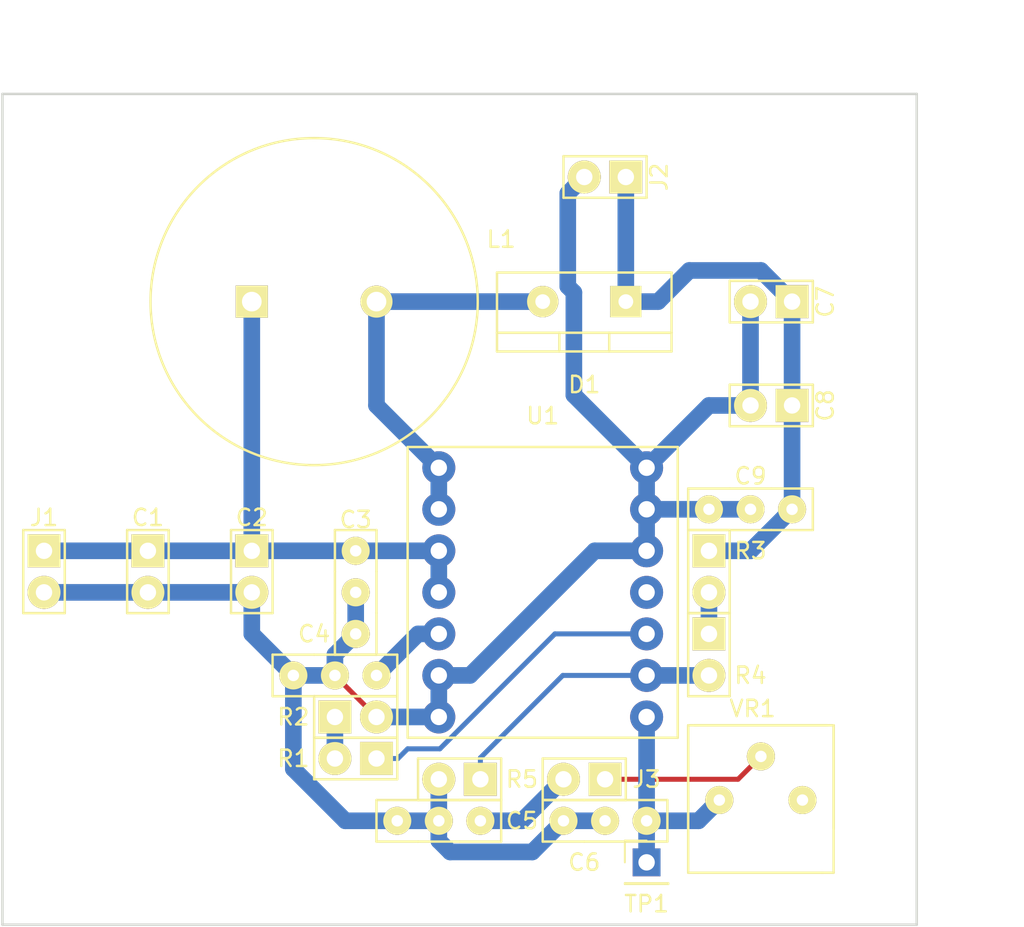
<source format=kicad_pcb>
(kicad_pcb (version 20171130) (host pcbnew "(5.0.0)")

  (general
    (thickness 1.6)
    (drawings 8)
    (tracks 77)
    (zones 0)
    (modules 22)
    (nets 15)
  )

  (page A4)
  (title_block
    (title "Boost Converter")
    (date 2018-08-06)
    (rev 1.0)
  )

  (layers
    (0 F.Cu signal)
    (31 B.Cu signal)
    (32 B.Adhes user)
    (33 F.Adhes user)
    (34 B.Paste user)
    (35 F.Paste user)
    (36 B.SilkS user)
    (37 F.SilkS user)
    (38 B.Mask user)
    (39 F.Mask user)
    (40 Dwgs.User user hide)
    (41 Cmts.User user)
    (42 Eco1.User user)
    (43 Eco2.User user)
    (44 Edge.Cuts user)
    (45 Margin user)
    (46 B.CrtYd user)
    (47 F.CrtYd user)
    (48 B.Fab user)
    (49 F.Fab user)
  )

  (setup
    (last_trace_width 0.3048)
    (user_trace_width 0.3048)
    (user_trace_width 0.432)
    (user_trace_width 0.457)
    (user_trace_width 0.483)
    (user_trace_width 0.507)
    (user_trace_width 1)
    (user_trace_width 1.016)
    (user_trace_width 2)
    (trace_clearance 0.2)
    (zone_clearance 0.508)
    (zone_45_only no)
    (trace_min 0.2)
    (segment_width 0.2)
    (edge_width 0.15)
    (via_size 0.8)
    (via_drill 0.4)
    (via_min_size 0.4)
    (via_min_drill 0.3)
    (uvia_size 0.3)
    (uvia_drill 0.1)
    (uvias_allowed no)
    (uvia_min_size 0.2)
    (uvia_min_drill 0.1)
    (pcb_text_width 0.3)
    (pcb_text_size 1.5 1.5)
    (mod_edge_width 0.15)
    (mod_text_size 1 1)
    (mod_text_width 0.15)
    (pad_size 2.2 2.2)
    (pad_drill 1)
    (pad_to_mask_clearance 0.2)
    (aux_axis_origin 0 0)
    (visible_elements 7FFDFFFF)
    (pcbplotparams
      (layerselection 0x01000_fffffffe)
      (usegerberextensions true)
      (usegerberattributes false)
      (usegerberadvancedattributes false)
      (creategerberjobfile false)
      (gerberprecision 5)
      (excludeedgelayer true)
      (linewidth 0.100000)
      (plotframeref false)
      (viasonmask false)
      (mode 1)
      (useauxorigin false)
      (hpglpennumber 1)
      (hpglpenspeed 20)
      (hpglpendiameter 15.000000)
      (psnegative false)
      (psa4output false)
      (plotreference false)
      (plotvalue false)
      (plotinvisibletext false)
      (padsonsilk false)
      (subtractmaskfromsilk false)
      (outputformat 1)
      (mirror false)
      (drillshape 0)
      (scaleselection 1)
      (outputdirectory "Gerber/"))
  )

  (net 0 "")
  (net 1 "Net-(C1-Pad1)")
  (net 2 GND)
  (net 3 "Net-(C6-Pad1)")
  (net 4 "Net-(D1-Pad2)")
  (net 5 "Net-(R3-Pad2)")
  (net 6 "Net-(C5-Pad1)")
  (net 7 "Net-(R1-Pad1)")
  (net 8 "Net-(U1-Pad11)")
  (net 9 "Net-(C4-Pad1)")
  (net 10 "Net-(C7-Pad1)")
  (net 11 "Net-(J3-Pad1)")
  (net 12 "Net-(R1-Pad2)")
  (net 13 "Net-(R4-Pad2)")
  (net 14 "Net-(VR1-Pad3)")

  (net_class Default "This is the default net class."
    (clearance 0.2)
    (trace_width 0.3048)
    (via_dia 0.8)
    (via_drill 0.4)
    (uvia_dia 0.3)
    (uvia_drill 0.1)
    (add_net "Net-(C4-Pad1)")
    (add_net "Net-(C5-Pad1)")
    (add_net "Net-(C6-Pad1)")
    (add_net "Net-(J3-Pad1)")
    (add_net "Net-(R1-Pad1)")
    (add_net "Net-(R1-Pad2)")
    (add_net "Net-(R3-Pad2)")
    (add_net "Net-(R4-Pad2)")
    (add_net "Net-(U1-Pad11)")
    (add_net "Net-(VR1-Pad3)")
  )

  (net_class POWER ""
    (clearance 0.2)
    (trace_width 1.016)
    (via_dia 0.8)
    (via_drill 0.4)
    (uvia_dia 0.3)
    (uvia_drill 0.1)
    (add_net GND)
    (add_net "Net-(C1-Pad1)")
    (add_net "Net-(C7-Pad1)")
    (add_net "Net-(D1-Pad2)")
  )

  (module "Custom Github:Pin_Header_Straight_1x02" (layer F.Cu) (tedit 58F35E54) (tstamp 5B869304)
    (at 57.15 91.44)
    (descr "Through hole pin header")
    (tags "pin header")
    (path /5B86F9F5)
    (fp_text reference C1 (at 0 -2.032) (layer F.SilkS)
      (effects (font (size 1 1) (thickness 0.15)))
    )
    (fp_text value 22uF (at 0 4.572) (layer F.Fab)
      (effects (font (size 1 1) (thickness 0.15)))
    )
    (fp_line (start 1.27 -1.27) (end -1.27 -1.27) (layer F.SilkS) (width 0.15))
    (fp_line (start 1.27 3.81) (end 1.27 -1.27) (layer F.SilkS) (width 0.15))
    (fp_line (start -1.27 3.81) (end 1.27 3.81) (layer F.SilkS) (width 0.15))
    (fp_line (start -1.27 -1.27) (end -1.27 3.81) (layer F.SilkS) (width 0.15))
    (pad 2 thru_hole circle (at 0 2.54) (size 2.016 2.016) (drill 1) (layers *.Cu *.Mask F.SilkS)
      (net 2 GND))
    (pad 1 thru_hole rect (at 0 0) (size 2.016 2.016) (drill 1) (layers *.Cu *.Mask F.SilkS)
      (net 1 "Net-(C1-Pad1)"))
    (model Pin_Headers.3dshapes/Pin_Header_Straight_1x02.wrl
      (offset (xyz 0 -1.269999980926514 0))
      (scale (xyz 1 1 1))
      (rotate (xyz 0 0 90))
    )
  )

  (module "Custom Github:Pin_Header_Straight_1x02" (layer F.Cu) (tedit 58F35E54) (tstamp 5B8692E9)
    (at 63.5 91.44)
    (descr "Through hole pin header")
    (tags "pin header")
    (path /5B86FA43)
    (fp_text reference C2 (at 0 -2.032) (layer F.SilkS)
      (effects (font (size 1 1) (thickness 0.15)))
    )
    (fp_text value 22uF (at 0 4.572) (layer F.Fab)
      (effects (font (size 1 1) (thickness 0.15)))
    )
    (fp_line (start -1.27 -1.27) (end -1.27 3.81) (layer F.SilkS) (width 0.15))
    (fp_line (start -1.27 3.81) (end 1.27 3.81) (layer F.SilkS) (width 0.15))
    (fp_line (start 1.27 3.81) (end 1.27 -1.27) (layer F.SilkS) (width 0.15))
    (fp_line (start 1.27 -1.27) (end -1.27 -1.27) (layer F.SilkS) (width 0.15))
    (pad 1 thru_hole rect (at 0 0) (size 2.016 2.016) (drill 1) (layers *.Cu *.Mask F.SilkS)
      (net 1 "Net-(C1-Pad1)"))
    (pad 2 thru_hole circle (at 0 2.54) (size 2.016 2.016) (drill 1) (layers *.Cu *.Mask F.SilkS)
      (net 2 GND))
    (model Pin_Headers.3dshapes/Pin_Header_Straight_1x02.wrl
      (offset (xyz 0 -1.269999980926514 0))
      (scale (xyz 1 1 1))
      (rotate (xyz 0 0 90))
    )
  )

  (module "Custom Github:Cap_UnPol_P3" (layer F.Cu) (tedit 58F35BC5) (tstamp 5B86929A)
    (at 69.85 91.44)
    (descr "Through hole pin header")
    (tags "pin header")
    (path /5B86C22F)
    (fp_text reference C3 (at 0 -1.905 180) (layer F.SilkS)
      (effects (font (size 1 1) (thickness 0.15)))
    )
    (fp_text value 100nF (at 2.032 2.54 90) (layer F.Fab)
      (effects (font (size 1 1) (thickness 0.15)))
    )
    (fp_line (start -1.27 1.27) (end -1.27 3.81) (layer F.SilkS) (width 0.15))
    (fp_line (start 1.27 1.27) (end 1.27 3.81) (layer F.SilkS) (width 0.15))
    (fp_line (start 1.27 -1.27) (end 1.27 1.27) (layer F.SilkS) (width 0.15))
    (fp_line (start -1.27 -1.27) (end 1.27 -1.27) (layer F.SilkS) (width 0.15))
    (fp_line (start -1.27 1.27) (end -1.27 -1.27) (layer F.SilkS) (width 0.15))
    (fp_line (start -1.27 6.35) (end -1.27 3.81) (layer F.SilkS) (width 0.15))
    (fp_line (start 1.27 6.35) (end -1.27 6.35) (layer F.SilkS) (width 0.15))
    (fp_line (start 1.27 3.81) (end 1.27 6.35) (layer F.SilkS) (width 0.15))
    (pad 2 thru_hole circle (at 0 5.08) (size 1.716 1.716) (drill 0.7) (layers *.Cu *.Mask F.SilkS)
      (net 2 GND))
    (pad 2 thru_hole circle (at 0 2.54) (size 1.716 1.716) (drill 0.7) (layers *.Cu *.Mask F.SilkS)
      (net 2 GND))
    (pad 1 thru_hole circle (at 0 0) (size 1.716 1.716) (drill 0.7) (layers *.Cu *.Mask F.SilkS)
      (net 1 "Net-(C1-Pad1)"))
    (model Pin_Headers.3dshapes/Pin_Header_Straight_1x02.wrl
      (offset (xyz 0 -1.269999980926514 0))
      (scale (xyz 1 1 1))
      (rotate (xyz 0 0 90))
    )
  )

  (module "Custom Github:Cap_UnPol_P3" (layer F.Cu) (tedit 58F35BC5) (tstamp 5B869270)
    (at 71.12 99.06 270)
    (descr "Through hole pin header")
    (tags "pin header")
    (path /5B686F87)
    (fp_text reference C4 (at -2.54 3.81) (layer F.SilkS)
      (effects (font (size 1 1) (thickness 0.15)))
    )
    (fp_text value 22n (at 2.032 2.54) (layer F.Fab)
      (effects (font (size 1 1) (thickness 0.15)))
    )
    (fp_line (start 1.27 3.81) (end 1.27 6.35) (layer F.SilkS) (width 0.15))
    (fp_line (start 1.27 6.35) (end -1.27 6.35) (layer F.SilkS) (width 0.15))
    (fp_line (start -1.27 6.35) (end -1.27 3.81) (layer F.SilkS) (width 0.15))
    (fp_line (start -1.27 1.27) (end -1.27 -1.27) (layer F.SilkS) (width 0.15))
    (fp_line (start -1.27 -1.27) (end 1.27 -1.27) (layer F.SilkS) (width 0.15))
    (fp_line (start 1.27 -1.27) (end 1.27 1.27) (layer F.SilkS) (width 0.15))
    (fp_line (start 1.27 1.27) (end 1.27 3.81) (layer F.SilkS) (width 0.15))
    (fp_line (start -1.27 1.27) (end -1.27 3.81) (layer F.SilkS) (width 0.15))
    (pad 1 thru_hole circle (at 0 0 270) (size 1.716 1.716) (drill 0.7) (layers *.Cu *.Mask F.SilkS)
      (net 9 "Net-(C4-Pad1)"))
    (pad 2 thru_hole circle (at 0 2.54 270) (size 1.716 1.716) (drill 0.7) (layers *.Cu *.Mask F.SilkS)
      (net 2 GND))
    (pad 2 thru_hole circle (at 0 5.08 270) (size 1.716 1.716) (drill 0.7) (layers *.Cu *.Mask F.SilkS)
      (net 2 GND))
    (model Pin_Headers.3dshapes/Pin_Header_Straight_1x02.wrl
      (offset (xyz 0 -1.269999980926514 0))
      (scale (xyz 1 1 1))
      (rotate (xyz 0 0 90))
    )
  )

  (module "Custom Github:Cap_UnPol_P3" (layer F.Cu) (tedit 58F35BC5) (tstamp 5B8692C4)
    (at 77.47 107.95 270)
    (descr "Through hole pin header")
    (tags "pin header")
    (path /5B69197E)
    (fp_text reference C5 (at 0 -2.54) (layer F.SilkS)
      (effects (font (size 1 1) (thickness 0.15)))
    )
    (fp_text value 100nF (at 2.032 2.54) (layer F.Fab)
      (effects (font (size 1 1) (thickness 0.15)))
    )
    (fp_line (start -1.27 1.27) (end -1.27 3.81) (layer F.SilkS) (width 0.15))
    (fp_line (start 1.27 1.27) (end 1.27 3.81) (layer F.SilkS) (width 0.15))
    (fp_line (start 1.27 -1.27) (end 1.27 1.27) (layer F.SilkS) (width 0.15))
    (fp_line (start -1.27 -1.27) (end 1.27 -1.27) (layer F.SilkS) (width 0.15))
    (fp_line (start -1.27 1.27) (end -1.27 -1.27) (layer F.SilkS) (width 0.15))
    (fp_line (start -1.27 6.35) (end -1.27 3.81) (layer F.SilkS) (width 0.15))
    (fp_line (start 1.27 6.35) (end -1.27 6.35) (layer F.SilkS) (width 0.15))
    (fp_line (start 1.27 3.81) (end 1.27 6.35) (layer F.SilkS) (width 0.15))
    (pad 2 thru_hole circle (at 0 5.08 270) (size 1.716 1.716) (drill 0.7) (layers *.Cu *.Mask F.SilkS)
      (net 2 GND))
    (pad 2 thru_hole circle (at 0 2.54 270) (size 1.716 1.716) (drill 0.7) (layers *.Cu *.Mask F.SilkS)
      (net 2 GND))
    (pad 1 thru_hole circle (at 0 0 270) (size 1.716 1.716) (drill 0.7) (layers *.Cu *.Mask F.SilkS)
      (net 6 "Net-(C5-Pad1)"))
    (model Pin_Headers.3dshapes/Pin_Header_Straight_1x02.wrl
      (offset (xyz 0 -1.269999980926514 0))
      (scale (xyz 1 1 1))
      (rotate (xyz 0 0 90))
    )
  )

  (module "Custom Github:Cap_UnPol_P3" (layer F.Cu) (tedit 58F35BC5) (tstamp 5B86908A)
    (at 87.63 107.95 270)
    (descr "Through hole pin header")
    (tags "pin header")
    (path /5B691B10)
    (fp_text reference C6 (at 2.54 3.81) (layer F.SilkS)
      (effects (font (size 1 1) (thickness 0.15)))
    )
    (fp_text value 270pF (at 2.032 2.54) (layer F.Fab)
      (effects (font (size 1 1) (thickness 0.15)))
    )
    (fp_line (start 1.27 3.81) (end 1.27 6.35) (layer F.SilkS) (width 0.15))
    (fp_line (start 1.27 6.35) (end -1.27 6.35) (layer F.SilkS) (width 0.15))
    (fp_line (start -1.27 6.35) (end -1.27 3.81) (layer F.SilkS) (width 0.15))
    (fp_line (start -1.27 1.27) (end -1.27 -1.27) (layer F.SilkS) (width 0.15))
    (fp_line (start -1.27 -1.27) (end 1.27 -1.27) (layer F.SilkS) (width 0.15))
    (fp_line (start 1.27 -1.27) (end 1.27 1.27) (layer F.SilkS) (width 0.15))
    (fp_line (start 1.27 1.27) (end 1.27 3.81) (layer F.SilkS) (width 0.15))
    (fp_line (start -1.27 1.27) (end -1.27 3.81) (layer F.SilkS) (width 0.15))
    (pad 1 thru_hole circle (at 0 0 270) (size 1.716 1.716) (drill 0.7) (layers *.Cu *.Mask F.SilkS)
      (net 3 "Net-(C6-Pad1)"))
    (pad 2 thru_hole circle (at 0 2.54 270) (size 1.716 1.716) (drill 0.7) (layers *.Cu *.Mask F.SilkS)
      (net 2 GND))
    (pad 2 thru_hole circle (at 0 5.08 270) (size 1.716 1.716) (drill 0.7) (layers *.Cu *.Mask F.SilkS)
      (net 2 GND))
    (model Pin_Headers.3dshapes/Pin_Header_Straight_1x02.wrl
      (offset (xyz 0 -1.269999980926514 0))
      (scale (xyz 1 1 1))
      (rotate (xyz 0 0 90))
    )
  )

  (module "Custom Github:Pin_Header_Straight_1x02" (layer F.Cu) (tedit 58F35E54) (tstamp 5B86906A)
    (at 96.52 76.2 270)
    (descr "Through hole pin header")
    (tags "pin header")
    (path /5B875C92)
    (fp_text reference C7 (at 0 -2.032 270) (layer F.SilkS)
      (effects (font (size 1 1) (thickness 0.15)))
    )
    (fp_text value 22uF (at 0 4.572 270) (layer F.Fab)
      (effects (font (size 1 1) (thickness 0.15)))
    )
    (fp_line (start 1.27 -1.27) (end -1.27 -1.27) (layer F.SilkS) (width 0.15))
    (fp_line (start 1.27 3.81) (end 1.27 -1.27) (layer F.SilkS) (width 0.15))
    (fp_line (start -1.27 3.81) (end 1.27 3.81) (layer F.SilkS) (width 0.15))
    (fp_line (start -1.27 -1.27) (end -1.27 3.81) (layer F.SilkS) (width 0.15))
    (pad 2 thru_hole circle (at 0 2.54 270) (size 2.016 2.016) (drill 1) (layers *.Cu *.Mask F.SilkS)
      (net 2 GND))
    (pad 1 thru_hole rect (at 0 0 270) (size 2.016 2.016) (drill 1) (layers *.Cu *.Mask F.SilkS)
      (net 10 "Net-(C7-Pad1)"))
    (model Pin_Headers.3dshapes/Pin_Header_Straight_1x02.wrl
      (offset (xyz 0 -1.269999980926514 0))
      (scale (xyz 1 1 1))
      (rotate (xyz 0 0 90))
    )
  )

  (module "Custom Github:Pin_Header_Straight_1x02" (layer F.Cu) (tedit 58F35E54) (tstamp 5B86904F)
    (at 96.52 82.55 270)
    (descr "Through hole pin header")
    (tags "pin header")
    (path /5B875D04)
    (fp_text reference C8 (at 0 -2.032 270) (layer F.SilkS)
      (effects (font (size 1 1) (thickness 0.15)))
    )
    (fp_text value 22uF (at 0 4.572 270) (layer F.Fab)
      (effects (font (size 1 1) (thickness 0.15)))
    )
    (fp_line (start -1.27 -1.27) (end -1.27 3.81) (layer F.SilkS) (width 0.15))
    (fp_line (start -1.27 3.81) (end 1.27 3.81) (layer F.SilkS) (width 0.15))
    (fp_line (start 1.27 3.81) (end 1.27 -1.27) (layer F.SilkS) (width 0.15))
    (fp_line (start 1.27 -1.27) (end -1.27 -1.27) (layer F.SilkS) (width 0.15))
    (pad 1 thru_hole rect (at 0 0 270) (size 2.016 2.016) (drill 1) (layers *.Cu *.Mask F.SilkS)
      (net 10 "Net-(C7-Pad1)"))
    (pad 2 thru_hole circle (at 0 2.54 270) (size 2.016 2.016) (drill 1) (layers *.Cu *.Mask F.SilkS)
      (net 2 GND))
    (model Pin_Headers.3dshapes/Pin_Header_Straight_1x02.wrl
      (offset (xyz 0 -1.269999980926514 0))
      (scale (xyz 1 1 1))
      (rotate (xyz 0 0 90))
    )
  )

  (module "Custom Github:Cap_UnPol_P3" (layer F.Cu) (tedit 58F35BC5) (tstamp 5B86915F)
    (at 96.52 88.9 270)
    (descr "Through hole pin header")
    (tags "pin header")
    (path /5B682480)
    (fp_text reference C9 (at -2.032 2.54) (layer F.SilkS)
      (effects (font (size 1 1) (thickness 0.15)))
    )
    (fp_text value 100nF (at 2.032 2.54) (layer F.Fab)
      (effects (font (size 1 1) (thickness 0.15)))
    )
    (fp_line (start -1.27 1.27) (end -1.27 3.81) (layer F.SilkS) (width 0.15))
    (fp_line (start 1.27 1.27) (end 1.27 3.81) (layer F.SilkS) (width 0.15))
    (fp_line (start 1.27 -1.27) (end 1.27 1.27) (layer F.SilkS) (width 0.15))
    (fp_line (start -1.27 -1.27) (end 1.27 -1.27) (layer F.SilkS) (width 0.15))
    (fp_line (start -1.27 1.27) (end -1.27 -1.27) (layer F.SilkS) (width 0.15))
    (fp_line (start -1.27 6.35) (end -1.27 3.81) (layer F.SilkS) (width 0.15))
    (fp_line (start 1.27 6.35) (end -1.27 6.35) (layer F.SilkS) (width 0.15))
    (fp_line (start 1.27 3.81) (end 1.27 6.35) (layer F.SilkS) (width 0.15))
    (pad 2 thru_hole circle (at 0 5.08 270) (size 1.716 1.716) (drill 0.7) (layers *.Cu *.Mask F.SilkS)
      (net 2 GND))
    (pad 2 thru_hole circle (at 0 2.54 270) (size 1.716 1.716) (drill 0.7) (layers *.Cu *.Mask F.SilkS)
      (net 2 GND))
    (pad 1 thru_hole circle (at 0 0 270) (size 1.716 1.716) (drill 0.7) (layers *.Cu *.Mask F.SilkS)
      (net 10 "Net-(C7-Pad1)"))
    (model Pin_Headers.3dshapes/Pin_Header_Straight_1x02.wrl
      (offset (xyz 0 -1.269999980926514 0))
      (scale (xyz 1 1 1))
      (rotate (xyz 0 0 90))
    )
  )

  (module "Custom Github:TO-220_Neutral12_Vertical" (layer F.Cu) (tedit 585987CE) (tstamp 5B869133)
    (at 83.82 76.2 180)
    (descr "TO-220, Neutral, Vertical,")
    (tags "TO-220, Neutral, Vertical,")
    (path /5B67F1FF)
    (fp_text reference D1 (at 0 -5.08 180) (layer F.SilkS)
      (effects (font (size 1 1) (thickness 0.15)))
    )
    (fp_text value MBR790 (at 0 3.175 180) (layer F.Fab)
      (effects (font (size 1 1) (thickness 0.15)))
    )
    (fp_line (start 0 -3.048) (end 5.334 -3.048) (layer F.SilkS) (width 0.15))
    (fp_line (start 0 -3.048) (end -5.334 -3.048) (layer F.SilkS) (width 0.15))
    (fp_line (start -5.334 -1.905) (end -5.334 -3.048) (layer F.SilkS) (width 0.15))
    (fp_line (start 5.334 -1.905) (end -5.334 -1.905) (layer F.SilkS) (width 0.15))
    (fp_line (start 5.334 -3.048) (end 5.334 -1.905) (layer F.SilkS) (width 0.15))
    (fp_line (start -5.334 1.778) (end -5.334 -1.905) (layer F.SilkS) (width 0.15))
    (fp_line (start 5.334 1.778) (end -5.334 1.778) (layer F.SilkS) (width 0.15))
    (fp_line (start 5.334 -1.905) (end 5.334 1.778) (layer F.SilkS) (width 0.15))
    (fp_line (start 1.524 -3.048) (end 1.524 -1.905) (layer F.SilkS) (width 0.15))
    (fp_line (start -1.524 -3.048) (end -1.524 -1.905) (layer F.SilkS) (width 0.15))
    (pad 2 thru_hole circle (at 2.54 0 270) (size 1.916 1.916) (drill 0.9) (layers *.Cu *.Mask F.SilkS)
      (net 4 "Net-(D1-Pad2)"))
    (pad 1 thru_hole rect (at -2.54 0 270) (size 1.916 1.916) (drill 0.9) (layers *.Cu *.Mask F.SilkS)
      (net 10 "Net-(C7-Pad1)"))
    (model TO_SOT_Packages_THT.3dshapes/TO-220_Neutral123_Vertical.wrl
      (at (xyz 0 0 0))
      (scale (xyz 0.3937 0.3937 0.3937))
      (rotate (xyz 0 0 0))
    )
  )

  (module "Custom Github:Pin_Header_Straight_1x02" (layer F.Cu) (tedit 58F35E54) (tstamp 5B869112)
    (at 50.8 91.44)
    (descr "Through hole pin header")
    (tags "pin header")
    (path /5B869AFD)
    (fp_text reference J1 (at 0 -2.032) (layer F.SilkS)
      (effects (font (size 1 1) (thickness 0.15)))
    )
    (fp_text value Input (at 0 4.572) (layer F.Fab)
      (effects (font (size 1 1) (thickness 0.15)))
    )
    (fp_line (start 1.27 -1.27) (end -1.27 -1.27) (layer F.SilkS) (width 0.15))
    (fp_line (start 1.27 3.81) (end 1.27 -1.27) (layer F.SilkS) (width 0.15))
    (fp_line (start -1.27 3.81) (end 1.27 3.81) (layer F.SilkS) (width 0.15))
    (fp_line (start -1.27 -1.27) (end -1.27 3.81) (layer F.SilkS) (width 0.15))
    (pad 2 thru_hole circle (at 0 2.54) (size 2.016 2.016) (drill 1) (layers *.Cu *.Mask F.SilkS)
      (net 2 GND))
    (pad 1 thru_hole rect (at 0 0) (size 2.016 2.016) (drill 1) (layers *.Cu *.Mask F.SilkS)
      (net 1 "Net-(C1-Pad1)"))
    (model Pin_Headers.3dshapes/Pin_Header_Straight_1x02.wrl
      (offset (xyz 0 -1.269999980926514 0))
      (scale (xyz 1 1 1))
      (rotate (xyz 0 0 90))
    )
  )

  (module "Custom Github:Pin_Header_Straight_1x02" (layer F.Cu) (tedit 58F35E54) (tstamp 5B8690F7)
    (at 86.36 68.58 270)
    (descr "Through hole pin header")
    (tags "pin header")
    (path /5B869DA9)
    (fp_text reference J2 (at 0 -2.032 270) (layer F.SilkS)
      (effects (font (size 1 1) (thickness 0.15)))
    )
    (fp_text value Output (at 0 4.572 270) (layer F.Fab)
      (effects (font (size 1 1) (thickness 0.15)))
    )
    (fp_line (start -1.27 -1.27) (end -1.27 3.81) (layer F.SilkS) (width 0.15))
    (fp_line (start -1.27 3.81) (end 1.27 3.81) (layer F.SilkS) (width 0.15))
    (fp_line (start 1.27 3.81) (end 1.27 -1.27) (layer F.SilkS) (width 0.15))
    (fp_line (start 1.27 -1.27) (end -1.27 -1.27) (layer F.SilkS) (width 0.15))
    (pad 1 thru_hole rect (at 0 0 270) (size 2.016 2.016) (drill 1) (layers *.Cu *.Mask F.SilkS)
      (net 10 "Net-(C7-Pad1)"))
    (pad 2 thru_hole circle (at 0 2.54 270) (size 2.016 2.016) (drill 1) (layers *.Cu *.Mask F.SilkS)
      (net 2 GND))
    (model Pin_Headers.3dshapes/Pin_Header_Straight_1x02.wrl
      (offset (xyz 0 -1.269999980926514 0))
      (scale (xyz 1 1 1))
      (rotate (xyz 0 0 90))
    )
  )

  (module "Custom Github:Pin_Header_Straight_1x02" (layer F.Cu) (tedit 58F35E54) (tstamp 5B869B57)
    (at 85.09 105.41 270)
    (descr "Through hole pin header")
    (tags "pin header")
    (path /5B8835D2)
    (fp_text reference J3 (at 0 -2.54) (layer F.SilkS)
      (effects (font (size 1 1) (thickness 0.15)))
    )
    (fp_text value Jumper (at 0 4.572 270) (layer F.Fab)
      (effects (font (size 1 1) (thickness 0.15)))
    )
    (fp_line (start -1.27 -1.27) (end -1.27 3.81) (layer F.SilkS) (width 0.15))
    (fp_line (start -1.27 3.81) (end 1.27 3.81) (layer F.SilkS) (width 0.15))
    (fp_line (start 1.27 3.81) (end 1.27 -1.27) (layer F.SilkS) (width 0.15))
    (fp_line (start 1.27 -1.27) (end -1.27 -1.27) (layer F.SilkS) (width 0.15))
    (pad 1 thru_hole rect (at 0 0 270) (size 2.016 2.016) (drill 1) (layers *.Cu *.Mask F.SilkS)
      (net 11 "Net-(J3-Pad1)"))
    (pad 2 thru_hole circle (at 0 2.54 270) (size 2.016 2.016) (drill 1) (layers *.Cu *.Mask F.SilkS)
      (net 6 "Net-(C5-Pad1)"))
    (model Pin_Headers.3dshapes/Pin_Header_Straight_1x02.wrl
      (offset (xyz 0 -1.269999980926514 0))
      (scale (xyz 1 1 1))
      (rotate (xyz 0 0 90))
    )
  )

  (module "Custom Github:Inductor-22uH-5.4A" (layer F.Cu) (tedit 5859A516) (tstamp 5B8690C7)
    (at 67.31 76.2)
    (path /5B67F159)
    (fp_text reference L1 (at 11.43 -3.81) (layer F.SilkS)
      (effects (font (size 1 1) (thickness 0.15)))
    )
    (fp_text value 22uH (at 0 -11.43) (layer F.Fab)
      (effects (font (size 1 1) (thickness 0.15)))
    )
    (fp_circle (center 0 0) (end 10 0) (layer F.SilkS) (width 0.15))
    (pad 2 thru_hole circle (at 3.81 0) (size 1.962 1.962) (drill 1.2) (layers *.Cu *.Mask F.SilkS)
      (net 4 "Net-(D1-Pad2)"))
    (pad 1 thru_hole rect (at -3.81 0) (size 1.962 1.962) (drill 1.2) (layers *.Cu *.Mask F.SilkS)
      (net 1 "Net-(C1-Pad1)"))
  )

  (module "Custom Github:Pin_Header_Straight_1x02" (layer F.Cu) (tedit 58F35E54) (tstamp 5B8690AF)
    (at 71.12 104.14 270)
    (descr "Through hole pin header")
    (tags "pin header")
    (path /5B686E92)
    (fp_text reference R1 (at 0 5.08) (layer F.SilkS)
      (effects (font (size 1 1) (thickness 0.15)))
    )
    (fp_text value 120kΩ (at 0 4.572 270) (layer F.Fab)
      (effects (font (size 1 1) (thickness 0.15)))
    )
    (fp_line (start -1.27 -1.27) (end -1.27 3.81) (layer F.SilkS) (width 0.15))
    (fp_line (start -1.27 3.81) (end 1.27 3.81) (layer F.SilkS) (width 0.15))
    (fp_line (start 1.27 3.81) (end 1.27 -1.27) (layer F.SilkS) (width 0.15))
    (fp_line (start 1.27 -1.27) (end -1.27 -1.27) (layer F.SilkS) (width 0.15))
    (pad 1 thru_hole rect (at 0 0 270) (size 2.016 2.016) (drill 1) (layers *.Cu *.Mask F.SilkS)
      (net 7 "Net-(R1-Pad1)"))
    (pad 2 thru_hole circle (at 0 2.54 270) (size 2.016 2.016) (drill 1) (layers *.Cu *.Mask F.SilkS)
      (net 12 "Net-(R1-Pad2)"))
    (model Pin_Headers.3dshapes/Pin_Header_Straight_1x02.wrl
      (offset (xyz 0 -1.269999980926514 0))
      (scale (xyz 1 1 1))
      (rotate (xyz 0 0 90))
    )
  )

  (module "Custom Github:Pin_Header_Straight_1x02" (layer F.Cu) (tedit 58F35E54) (tstamp 5B869250)
    (at 68.58 101.6 90)
    (descr "Through hole pin header")
    (tags "pin header")
    (path /5B87BCC3)
    (fp_text reference R2 (at 0 -2.54 180) (layer F.SilkS)
      (effects (font (size 1 1) (thickness 0.15)))
    )
    (fp_text value 6.6kΩ (at 0 4.572 90) (layer F.Fab)
      (effects (font (size 1 1) (thickness 0.15)))
    )
    (fp_line (start 1.27 -1.27) (end -1.27 -1.27) (layer F.SilkS) (width 0.15))
    (fp_line (start 1.27 3.81) (end 1.27 -1.27) (layer F.SilkS) (width 0.15))
    (fp_line (start -1.27 3.81) (end 1.27 3.81) (layer F.SilkS) (width 0.15))
    (fp_line (start -1.27 -1.27) (end -1.27 3.81) (layer F.SilkS) (width 0.15))
    (pad 2 thru_hole circle (at 0 2.54 90) (size 2.016 2.016) (drill 1) (layers *.Cu *.Mask F.SilkS)
      (net 2 GND))
    (pad 1 thru_hole rect (at 0 0 90) (size 2.016 2.016) (drill 1) (layers *.Cu *.Mask F.SilkS)
      (net 12 "Net-(R1-Pad2)"))
    (model Pin_Headers.3dshapes/Pin_Header_Straight_1x02.wrl
      (offset (xyz 0 -1.269999980926514 0))
      (scale (xyz 1 1 1))
      (rotate (xyz 0 0 90))
    )
  )

  (module "Custom Github:Pin_Header_Straight_1x02" (layer F.Cu) (tedit 58F35E54) (tstamp 5B869235)
    (at 91.44 91.44)
    (descr "Through hole pin header")
    (tags "pin header")
    (path /5B67F434)
    (fp_text reference R3 (at 2.54 0) (layer F.SilkS)
      (effects (font (size 1 1) (thickness 0.15)))
    )
    (fp_text value 91kΩ (at 0 4.572) (layer F.Fab)
      (effects (font (size 1 1) (thickness 0.15)))
    )
    (fp_line (start -1.27 -1.27) (end -1.27 3.81) (layer F.SilkS) (width 0.15))
    (fp_line (start -1.27 3.81) (end 1.27 3.81) (layer F.SilkS) (width 0.15))
    (fp_line (start 1.27 3.81) (end 1.27 -1.27) (layer F.SilkS) (width 0.15))
    (fp_line (start 1.27 -1.27) (end -1.27 -1.27) (layer F.SilkS) (width 0.15))
    (pad 1 thru_hole rect (at 0 0) (size 2.016 2.016) (drill 1) (layers *.Cu *.Mask F.SilkS)
      (net 10 "Net-(C7-Pad1)"))
    (pad 2 thru_hole circle (at 0 2.54) (size 2.016 2.016) (drill 1) (layers *.Cu *.Mask F.SilkS)
      (net 5 "Net-(R3-Pad2)"))
    (model Pin_Headers.3dshapes/Pin_Header_Straight_1x02.wrl
      (offset (xyz 0 -1.269999980926514 0))
      (scale (xyz 1 1 1))
      (rotate (xyz 0 0 90))
    )
  )

  (module "Custom Github:Pin_Header_Straight_1x02" (layer F.Cu) (tedit 58F35E54) (tstamp 5B86921A)
    (at 91.44 96.52)
    (descr "Through hole pin header")
    (tags "pin header")
    (path /5B88F9AE)
    (fp_text reference R4 (at 2.54 2.54) (layer F.SilkS)
      (effects (font (size 1 1) (thickness 0.15)))
    )
    (fp_text value 91kΩ (at 0 4.572) (layer F.Fab)
      (effects (font (size 1 1) (thickness 0.15)))
    )
    (fp_line (start 1.27 -1.27) (end -1.27 -1.27) (layer F.SilkS) (width 0.15))
    (fp_line (start 1.27 3.81) (end 1.27 -1.27) (layer F.SilkS) (width 0.15))
    (fp_line (start -1.27 3.81) (end 1.27 3.81) (layer F.SilkS) (width 0.15))
    (fp_line (start -1.27 -1.27) (end -1.27 3.81) (layer F.SilkS) (width 0.15))
    (pad 2 thru_hole circle (at 0 2.54) (size 2.016 2.016) (drill 1) (layers *.Cu *.Mask F.SilkS)
      (net 13 "Net-(R4-Pad2)"))
    (pad 1 thru_hole rect (at 0 0) (size 2.016 2.016) (drill 1) (layers *.Cu *.Mask F.SilkS)
      (net 5 "Net-(R3-Pad2)"))
    (model Pin_Headers.3dshapes/Pin_Header_Straight_1x02.wrl
      (offset (xyz 0 -1.269999980926514 0))
      (scale (xyz 1 1 1))
      (rotate (xyz 0 0 90))
    )
  )

  (module "Custom Github:Pin_Header_Straight_1x02" (layer F.Cu) (tedit 58F35E54) (tstamp 5B8691FF)
    (at 77.47 105.41 270)
    (descr "Through hole pin header")
    (tags "pin header")
    (path /5B67F4A6)
    (fp_text reference R5 (at 0 -2.54) (layer F.SilkS)
      (effects (font (size 1 1) (thickness 0.15)))
    )
    (fp_text value 10kΩ (at 0 4.572 270) (layer F.Fab)
      (effects (font (size 1 1) (thickness 0.15)))
    )
    (fp_line (start 1.27 -1.27) (end -1.27 -1.27) (layer F.SilkS) (width 0.15))
    (fp_line (start 1.27 3.81) (end 1.27 -1.27) (layer F.SilkS) (width 0.15))
    (fp_line (start -1.27 3.81) (end 1.27 3.81) (layer F.SilkS) (width 0.15))
    (fp_line (start -1.27 -1.27) (end -1.27 3.81) (layer F.SilkS) (width 0.15))
    (pad 2 thru_hole circle (at 0 2.54 270) (size 2.016 2.016) (drill 1) (layers *.Cu *.Mask F.SilkS)
      (net 2 GND))
    (pad 1 thru_hole rect (at 0 0 270) (size 2.016 2.016) (drill 1) (layers *.Cu *.Mask F.SilkS)
      (net 13 "Net-(R4-Pad2)"))
    (model Pin_Headers.3dshapes/Pin_Header_Straight_1x02.wrl
      (offset (xyz 0 -1.269999980926514 0))
      (scale (xyz 1 1 1))
      (rotate (xyz 0 0 90))
    )
  )

  (module Pin_Headers:Pin_Header_Straight_1x01_Pitch2.54mm (layer F.Cu) (tedit 59650532) (tstamp 5B8699A7)
    (at 87.63 110.49)
    (descr "Through hole straight pin header, 1x01, 2.54mm pitch, single row")
    (tags "Through hole pin header THT 1x01 2.54mm single row")
    (path /5B885EBF)
    (fp_text reference TP1 (at 0 2.54) (layer F.SilkS)
      (effects (font (size 1 1) (thickness 0.15)))
    )
    (fp_text value TestPoint (at 0 2.33) (layer F.Fab)
      (effects (font (size 1 1) (thickness 0.15)))
    )
    (fp_text user %R (at 0 0 90) (layer F.Fab)
      (effects (font (size 1 1) (thickness 0.15)))
    )
    (fp_line (start 1.8 -1.8) (end -1.8 -1.8) (layer F.CrtYd) (width 0.05))
    (fp_line (start 1.8 1.8) (end 1.8 -1.8) (layer F.CrtYd) (width 0.05))
    (fp_line (start -1.8 1.8) (end 1.8 1.8) (layer F.CrtYd) (width 0.05))
    (fp_line (start -1.8 -1.8) (end -1.8 1.8) (layer F.CrtYd) (width 0.05))
    (fp_line (start -1.33 -1.33) (end 0 -1.33) (layer F.SilkS) (width 0.12))
    (fp_line (start -1.33 0) (end -1.33 -1.33) (layer F.SilkS) (width 0.12))
    (fp_line (start -1.33 1.27) (end 1.33 1.27) (layer F.SilkS) (width 0.12))
    (fp_line (start 1.33 1.27) (end 1.33 1.33) (layer F.SilkS) (width 0.12))
    (fp_line (start -1.33 1.27) (end -1.33 1.33) (layer F.SilkS) (width 0.12))
    (fp_line (start -1.33 1.33) (end 1.33 1.33) (layer F.SilkS) (width 0.12))
    (fp_line (start -1.27 -0.635) (end -0.635 -1.27) (layer F.Fab) (width 0.1))
    (fp_line (start -1.27 1.27) (end -1.27 -0.635) (layer F.Fab) (width 0.1))
    (fp_line (start 1.27 1.27) (end -1.27 1.27) (layer F.Fab) (width 0.1))
    (fp_line (start 1.27 -1.27) (end 1.27 1.27) (layer F.Fab) (width 0.1))
    (fp_line (start -0.635 -1.27) (end 1.27 -1.27) (layer F.Fab) (width 0.1))
    (pad 1 thru_hole rect (at 0 0) (size 1.7 1.7) (drill 1) (layers *.Cu *.Mask)
      (net 3 "Net-(C6-Pad1)"))
    (model ${KISYS3DMOD}/Pin_Headers.3dshapes/Pin_Header_Straight_1x01_Pitch2.54mm.wrl
      (at (xyz 0 0 0))
      (scale (xyz 1 1 1))
      (rotate (xyz 0 0 0))
    )
  )

  (module Adapter14Pin:Adapter-14Pin (layer F.Cu) (tedit 5B8687D6) (tstamp 5B869190)
    (at 74.93 86.36)
    (path /5B67F8C0)
    (fp_text reference U1 (at 6.35 -3.175) (layer F.SilkS)
      (effects (font (size 1 1) (thickness 0.15)))
    )
    (fp_text value TPS55340 (at 5.715 -1.905) (layer F.Fab)
      (effects (font (size 1 1) (thickness 0.15)))
    )
    (fp_line (start 14.605 16.51) (end 14.605 -1.27) (layer F.SilkS) (width 0.15))
    (fp_line (start -1.905 16.51) (end 14.605 16.51) (layer F.SilkS) (width 0.15))
    (fp_line (start -1.905 -1.27) (end -1.905 16.51) (layer F.SilkS) (width 0.15))
    (fp_line (start 14.605 -1.27) (end -1.905 -1.27) (layer F.SilkS) (width 0.15))
    (pad 14 thru_hole circle (at 12.7 0) (size 2.016 2.016) (drill 1) (layers *.Cu *.Mask)
      (net 2 GND))
    (pad 13 thru_hole circle (at 12.7 2.54) (size 2.016 2.016) (drill 1) (layers *.Cu *.Mask)
      (net 2 GND))
    (pad 12 thru_hole circle (at 12.7 5.08) (size 2.016 2.016) (drill 1) (layers *.Cu *.Mask)
      (net 2 GND))
    (pad 11 thru_hole circle (at 12.7 7.62) (size 2.016 2.016) (drill 1) (layers *.Cu *.Mask)
      (net 8 "Net-(U1-Pad11)"))
    (pad 10 thru_hole circle (at 12.7 10.16) (size 2.016 2.016) (drill 1) (layers *.Cu *.Mask)
      (net 7 "Net-(R1-Pad1)"))
    (pad 9 thru_hole circle (at 12.7 12.7) (size 2.016 2.016) (drill 1) (layers *.Cu *.Mask)
      (net 13 "Net-(R4-Pad2)"))
    (pad 8 thru_hole circle (at 12.7 15.24) (size 2.016 2.016) (drill 1) (layers *.Cu *.Mask)
      (net 3 "Net-(C6-Pad1)"))
    (pad 7 thru_hole circle (at 0 15.24) (size 2.016 2.016) (drill 1) (layers *.Cu *.Mask)
      (net 2 GND))
    (pad 6 thru_hole circle (at 0 12.7) (size 2.016 2.016) (drill 1) (layers *.Cu *.Mask)
      (net 2 GND))
    (pad 5 thru_hole circle (at 0 10.16) (size 2.016 2.016) (drill 1) (layers *.Cu *.Mask)
      (net 9 "Net-(C4-Pad1)"))
    (pad 4 thru_hole circle (at 0 7.62) (size 2.016 2.016) (drill 1) (layers *.Cu *.Mask)
      (net 1 "Net-(C1-Pad1)"))
    (pad 3 thru_hole circle (at 0 5.08) (size 2.016 2.016) (drill 1) (layers *.Cu *.Mask)
      (net 1 "Net-(C1-Pad1)"))
    (pad 2 thru_hole circle (at 0 2.54) (size 2.016 2.016) (drill 1) (layers *.Cu *.Mask)
      (net 4 "Net-(D1-Pad2)"))
    (pad 1 thru_hole circle (at 0 0) (size 2.016 2.016) (drill 1) (layers *.Cu *.Mask)
      (net 4 "Net-(D1-Pad2)"))
  )

  (module "Custom Github:Potentiometer_Bourns_3386" (layer F.Cu) (tedit 57E0339E) (tstamp 5B869325)
    (at 92.075 106.68 180)
    (descr "5/16, Round, Trimming, Potentiometer, Bourns, 3339")
    (tags "5/16, Round, Trimming, Potentiometer, Bourns, 3339")
    (path /5B88226F)
    (fp_text reference VR1 (at -2.032 5.588 180) (layer F.SilkS)
      (effects (font (size 1 1) (thickness 0.15)))
    )
    (fp_text value 5kΩ (at -2.54 -5.334 180) (layer F.Fab)
      (effects (font (size 1 1) (thickness 0.15)))
    )
    (fp_line (start -6.604 4.572) (end 1.524 4.572) (layer F.SilkS) (width 0.15))
    (fp_line (start -6.35 -4.445) (end 1.27 -4.445) (layer F.SilkS) (width 0.15))
    (fp_line (start 1.905 -1.778) (end 1.905 4.572) (layer F.SilkS) (width 0.15))
    (fp_line (start -6.985 -1.778) (end -6.985 4.572) (layer F.SilkS) (width 0.15))
    (fp_line (start -6.985 -4.445) (end -6.223 -4.445) (layer F.SilkS) (width 0.15))
    (fp_line (start -6.985 4.572) (end -6.985 -4.445) (layer F.SilkS) (width 0.15))
    (fp_line (start 1.905 4.572) (end -6.985 4.572) (layer F.SilkS) (width 0.15))
    (fp_line (start 1.905 -4.445) (end 1.905 4.572) (layer F.SilkS) (width 0.15))
    (fp_line (start 1.27 -4.445) (end 1.905 -4.445) (layer F.SilkS) (width 0.15))
    (pad 3 thru_hole circle (at -5.08 0 180) (size 1.716 1.716) (drill 0.7) (layers *.Cu *.Mask F.SilkS)
      (net 14 "Net-(VR1-Pad3)"))
    (pad 2 thru_hole circle (at -2.54 2.667 180) (size 1.716 1.716) (drill 0.7) (layers *.Cu *.Mask F.SilkS)
      (net 11 "Net-(J3-Pad1)"))
    (pad 1 thru_hole circle (at 0 0 180) (size 1.716 1.716) (drill 0.7) (layers *.Cu *.Mask F.SilkS)
      (net 3 "Net-(C6-Pad1)"))
    (model Potentiometers.3dshapes/Potentiometer_Bourns_3339S_Angular_ScrewFront.wrl
      (at (xyz 0 0 0))
      (scale (xyz 1 1 1))
      (rotate (xyz 0 0 0))
    )
  )

  (dimension 55.88 (width 0.3) (layer Margin)
    (gr_text "55.880 mm" (at 76.2 58.86) (layer Margin)
      (effects (font (size 1.5 1.5) (thickness 0.3)))
    )
    (feature1 (pts (xy 48.26 63.5) (xy 48.26 60.373579)))
    (feature2 (pts (xy 104.14 63.5) (xy 104.14 60.373579)))
    (crossbar (pts (xy 104.14 60.96) (xy 48.26 60.96)))
    (arrow1a (pts (xy 48.26 60.96) (xy 49.386504 60.373579)))
    (arrow1b (pts (xy 48.26 60.96) (xy 49.386504 61.546421)))
    (arrow2a (pts (xy 104.14 60.96) (xy 103.013496 60.373579)))
    (arrow2b (pts (xy 104.14 60.96) (xy 103.013496 61.546421)))
  )
  (dimension 50.8 (width 0.3) (layer Margin)
    (gr_text "50.800 mm" (at 108.78 88.9 90) (layer Margin)
      (effects (font (size 1.5 1.5) (thickness 0.3)))
    )
    (feature1 (pts (xy 104.14 63.5) (xy 107.266421 63.5)))
    (feature2 (pts (xy 104.14 114.3) (xy 107.266421 114.3)))
    (crossbar (pts (xy 106.68 114.3) (xy 106.68 63.5)))
    (arrow1a (pts (xy 106.68 63.5) (xy 107.266421 64.626504)))
    (arrow1b (pts (xy 106.68 63.5) (xy 106.093579 64.626504)))
    (arrow2a (pts (xy 106.68 114.3) (xy 107.266421 113.173496)))
    (arrow2b (pts (xy 106.68 114.3) (xy 106.093579 113.173496)))
  )
  (gr_line (start 104.14 63.5) (end 48.26 63.5) (layer Edge.Cuts) (width 0.15))
  (gr_line (start 104.14 114.3) (end 104.14 63.5) (layer Edge.Cuts) (width 0.15))
  (gr_line (start 48.26 114.3) (end 104.14 114.3) (layer Edge.Cuts) (width 0.15))
  (gr_line (start 48.26 63.5) (end 48.26 114.3) (layer Edge.Cuts) (width 0.15))
  (dimension 80.3 (width 0.3) (layer Dwgs.User)
    (gr_text "80.300 mm" (at 124 117.7) (layer Dwgs.User)
      (effects (font (size 1.5 1.5) (thickness 0.3)))
    )
    (feature1 (pts (xy 164.15 114.65) (xy 164.15 116.186421)))
    (feature2 (pts (xy 83.85 114.65) (xy 83.85 116.186421)))
    (crossbar (pts (xy 83.85 115.6) (xy 164.15 115.6)))
    (arrow1a (pts (xy 164.15 115.6) (xy 163.023496 116.186421)))
    (arrow1b (pts (xy 164.15 115.6) (xy 163.023496 115.013579)))
    (arrow2a (pts (xy 83.85 115.6) (xy 84.976504 116.186421)))
    (arrow2b (pts (xy 83.85 115.6) (xy 84.976504 115.013579)))
  )
  (dimension 36.25 (width 0.3) (layer Dwgs.User)
    (gr_text "36.250 mm" (at 80.55 96.475 270) (layer Dwgs.User)
      (effects (font (size 1.5 1.5) (thickness 0.3)))
    )
    (feature1 (pts (xy 83.85 114.6) (xy 82.063579 114.6)))
    (feature2 (pts (xy 83.85 78.35) (xy 82.063579 78.35)))
    (crossbar (pts (xy 82.65 78.35) (xy 82.65 114.6)))
    (arrow1a (pts (xy 82.65 114.6) (xy 82.063579 113.473496)))
    (arrow1b (pts (xy 82.65 114.6) (xy 83.236421 113.473496)))
    (arrow2a (pts (xy 82.65 78.35) (xy 82.063579 79.476504)))
    (arrow2b (pts (xy 82.65 78.35) (xy 83.236421 79.476504)))
  )

  (segment (start 63.5 76.2) (end 63.5 91.44) (width 1.016) (layer B.Cu) (net 1))
  (segment (start 74.93 91.44) (end 69.85 91.44) (width 1.016) (layer B.Cu) (net 1))
  (segment (start 74.93 93.98) (end 74.93 91.44) (width 1.016) (layer B.Cu) (net 1))
  (segment (start 50.8 91.44) (end 57.15 91.44) (width 1.016) (layer B.Cu) (net 1))
  (segment (start 57.15 91.44) (end 63.5 91.44) (width 1.016) (layer B.Cu) (net 1))
  (segment (start 63.5 91.44) (end 69.85 91.44) (width 1.016) (layer B.Cu) (net 1))
  (segment (start 50.8 93.98) (end 57.15 93.98) (width 1.016) (layer B.Cu) (net 2))
  (segment (start 57.15 93.98) (end 63.5 93.98) (width 1.016) (layer B.Cu) (net 2))
  (segment (start 63.5 96.52) (end 66.04 99.06) (width 1.016) (layer B.Cu) (net 2))
  (segment (start 63.5 93.98) (end 63.5 96.52) (width 1.016) (layer B.Cu) (net 2))
  (segment (start 68.58 97.79) (end 69.85 96.52) (width 1.016) (layer B.Cu) (net 2))
  (segment (start 68.58 99.06) (end 68.58 97.79) (width 1.016) (layer B.Cu) (net 2))
  (segment (start 69.85 93.98) (end 69.85 96.52) (width 1.016) (layer B.Cu) (net 2))
  (segment (start 66.04 99.06) (end 68.58 99.06) (width 1.016) (layer B.Cu) (net 2))
  (segment (start 71.12 101.6) (end 74.93 101.6) (width 1.016) (layer B.Cu) (net 2))
  (segment (start 74.93 101.6) (end 74.93 99.06) (width 1.016) (layer B.Cu) (net 2))
  (segment (start 72.39 107.95) (end 74.93 107.95) (width 1.016) (layer B.Cu) (net 2))
  (segment (start 74.93 107.95) (end 74.93 105.41) (width 1.016) (layer B.Cu) (net 2))
  (segment (start 93.98 76.2) (end 93.98 82.55) (width 1.016) (layer B.Cu) (net 2))
  (segment (start 91.44 82.55) (end 87.63 86.36) (width 1.016) (layer B.Cu) (net 2))
  (segment (start 93.98 82.55) (end 91.44 82.55) (width 1.016) (layer B.Cu) (net 2))
  (segment (start 87.63 91.44) (end 87.63 88.9) (width 1.016) (layer B.Cu) (net 2))
  (segment (start 87.63 88.9) (end 87.63 86.36) (width 1.016) (layer B.Cu) (net 2))
  (segment (start 93.98 88.9) (end 91.44 88.9) (width 1.016) (layer B.Cu) (net 2))
  (segment (start 87.63 88.9) (end 91.44 88.9) (width 1.016) (layer B.Cu) (net 2))
  (segment (start 82.812001 75.266319) (end 83.185 75.639318) (width 1.016) (layer B.Cu) (net 2))
  (segment (start 83.82 68.58) (end 82.812001 69.587999) (width 1.016) (layer B.Cu) (net 2))
  (segment (start 82.812001 69.587999) (end 82.812001 75.266319) (width 1.016) (layer B.Cu) (net 2))
  (segment (start 83.185 81.915) (end 87.63 86.36) (width 1.016) (layer B.Cu) (net 2))
  (segment (start 83.185 75.639318) (end 83.185 81.915) (width 1.016) (layer B.Cu) (net 2))
  (segment (start 72.39 107.95) (end 69.215 107.95) (width 1.016) (layer B.Cu) (net 2))
  (segment (start 66.04 104.775) (end 66.04 99.06) (width 1.016) (layer B.Cu) (net 2))
  (segment (start 69.215 107.95) (end 66.04 104.775) (width 1.016) (layer B.Cu) (net 2))
  (segment (start 87.63 91.44) (end 84.455 91.44) (width 1.016) (layer B.Cu) (net 2))
  (segment (start 84.455 91.44) (end 76.835 99.06) (width 1.016) (layer B.Cu) (net 2))
  (segment (start 76.835 99.06) (end 74.93 99.06) (width 1.016) (layer B.Cu) (net 2))
  (segment (start 85.09 107.95) (end 82.55 107.95) (width 1.016) (layer B.Cu) (net 2))
  (segment (start 74.93 109.163395) (end 75.621605 109.855) (width 1.016) (layer B.Cu) (net 2))
  (segment (start 74.93 107.95) (end 74.93 109.163395) (width 1.016) (layer B.Cu) (net 2))
  (segment (start 80.645 109.855) (end 82.55 107.95) (width 1.016) (layer B.Cu) (net 2))
  (segment (start 75.621605 109.855) (end 80.645 109.855) (width 1.016) (layer B.Cu) (net 2))
  (segment (start 69.437999 99.917999) (end 71.12 101.6) (width 0.3048) (layer F.Cu) (net 2))
  (segment (start 68.58 99.06) (end 69.437999 99.917999) (width 0.3048) (layer F.Cu) (net 2))
  (segment (start 87.63 110.49) (end 87.63 107.95) (width 1.016) (layer B.Cu) (net 3))
  (segment (start 87.63 107.95) (end 87.63 101.6) (width 1.016) (layer B.Cu) (net 3))
  (segment (start 92.075 106.68) (end 90.805 107.95) (width 1.016) (layer B.Cu) (net 3))
  (segment (start 90.805 107.95) (end 87.63 107.95) (width 1.016) (layer B.Cu) (net 3))
  (segment (start 81.28 76.2) (end 71.12 76.2) (width 1.016) (layer B.Cu) (net 4))
  (segment (start 74.93 88.9) (end 74.93 86.36) (width 1.016) (layer B.Cu) (net 4))
  (segment (start 74.93 86.36) (end 71.12 82.55) (width 1.016) (layer B.Cu) (net 4))
  (segment (start 71.12 82.55) (end 71.12 76.2) (width 1.016) (layer B.Cu) (net 4))
  (segment (start 91.44 93.98) (end 91.44 96.52) (width 1.016) (layer B.Cu) (net 5))
  (segment (start 80.01 107.95) (end 77.47 107.95) (width 1.016) (layer B.Cu) (net 6))
  (segment (start 82.55 105.41) (end 80.01 107.95) (width 1.016) (layer B.Cu) (net 6))
  (segment (start 82.023394 96.52) (end 87.63 96.52) (width 0.3048) (layer B.Cu) (net 7))
  (segment (start 74.995594 103.5478) (end 82.023394 96.52) (width 0.3048) (layer B.Cu) (net 7))
  (segment (start 73.025 103.5478) (end 74.995594 103.5478) (width 0.3048) (layer B.Cu) (net 7))
  (segment (start 71.12 104.14) (end 72.4328 104.14) (width 0.3048) (layer B.Cu) (net 7))
  (segment (start 72.4328 104.14) (end 73.025 103.5478) (width 0.3048) (layer B.Cu) (net 7))
  (segment (start 73.66 96.52) (end 71.12 99.06) (width 1.016) (layer B.Cu) (net 9))
  (segment (start 74.93 96.52) (end 73.66 96.52) (width 1.016) (layer B.Cu) (net 9))
  (segment (start 93.98 91.44) (end 96.52 88.9) (width 1.016) (layer B.Cu) (net 10))
  (segment (start 91.44 91.44) (end 93.98 91.44) (width 1.016) (layer B.Cu) (net 10))
  (segment (start 96.52 88.9) (end 96.52 82.55) (width 1.016) (layer B.Cu) (net 10))
  (segment (start 96.52 76.2) (end 96.52 82.55) (width 1.016) (layer B.Cu) (net 10))
  (segment (start 86.36 68.58) (end 86.36 76.2) (width 1.016) (layer B.Cu) (net 10))
  (segment (start 88.334 76.2) (end 86.36 76.2) (width 1.016) (layer B.Cu) (net 10))
  (segment (start 90.239 74.295) (end 88.334 76.2) (width 1.016) (layer B.Cu) (net 10))
  (segment (start 94.615 74.295) (end 90.239 74.295) (width 1.016) (layer B.Cu) (net 10))
  (segment (start 96.52 76.2) (end 94.615 74.295) (width 1.016) (layer B.Cu) (net 10))
  (segment (start 93.218 105.41) (end 94.615 104.013) (width 0.3048) (layer F.Cu) (net 11))
  (segment (start 85.09 105.41) (end 93.218 105.41) (width 0.3048) (layer F.Cu) (net 11))
  (segment (start 68.58 101.6) (end 68.58 104.14) (width 1.016) (layer B.Cu) (net 12))
  (segment (start 91.44 99.06) (end 87.63 99.06) (width 1.016) (layer B.Cu) (net 13))
  (segment (start 77.47 104.0972) (end 77.47 105.41) (width 0.3048) (layer B.Cu) (net 13))
  (segment (start 82.5072 99.06) (end 77.47 104.0972) (width 0.3048) (layer B.Cu) (net 13))
  (segment (start 87.63 99.06) (end 82.5072 99.06) (width 0.3048) (layer B.Cu) (net 13))

)

</source>
